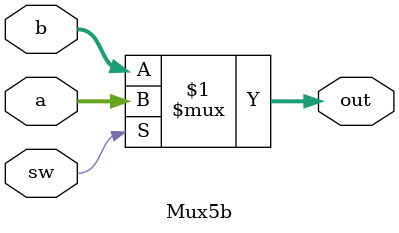
<source format=v>
`timescale 1ns / 1ps
module Mux5b(
    input [4:0]a,
    input [4:0]b,
    input sw,
    output [4:0]out
    );

assign out=sw?a:b;


endmodule

</source>
